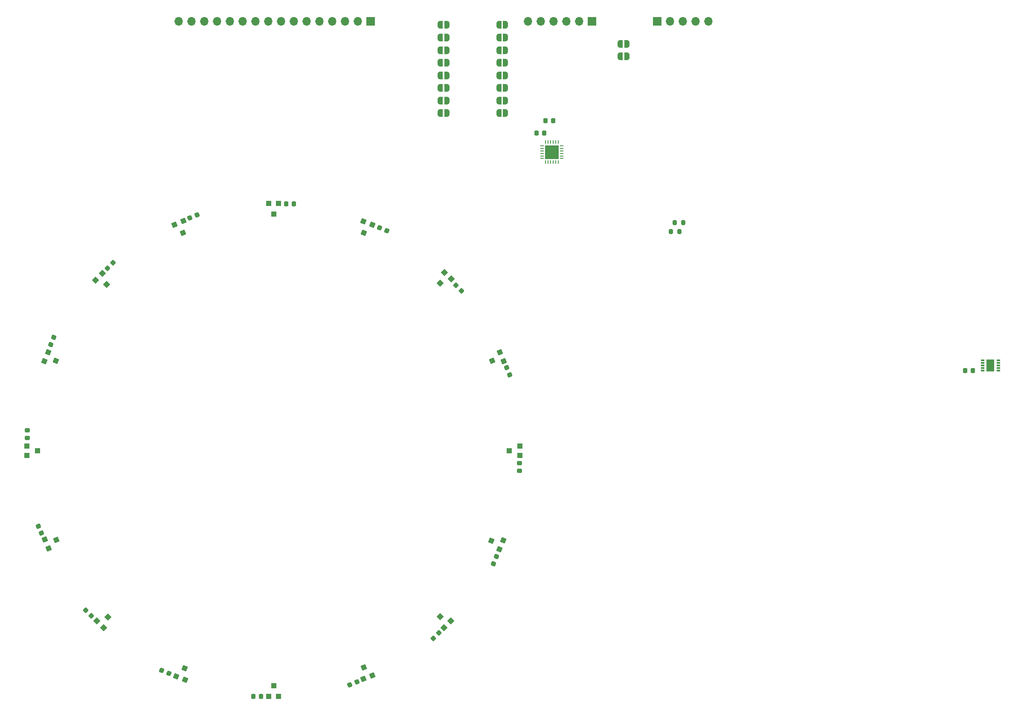
<source format=gts>
G04 #@! TF.GenerationSoftware,KiCad,Pcbnew,(6.0.2)*
G04 #@! TF.CreationDate,2023-03-16T16:07:34-07:00*
G04 #@! TF.ProjectId,hall-censor-and-cap-touch-prototype,68616c6c-2d63-4656-9e73-6f722d616e64,rev?*
G04 #@! TF.SameCoordinates,Original*
G04 #@! TF.FileFunction,Soldermask,Top*
G04 #@! TF.FilePolarity,Negative*
%FSLAX46Y46*%
G04 Gerber Fmt 4.6, Leading zero omitted, Abs format (unit mm)*
G04 Created by KiCad (PCBNEW (6.0.2)) date 2023-03-16 16:07:34*
%MOMM*%
%LPD*%
G01*
G04 APERTURE LIST*
G04 Aperture macros list*
%AMRoundRect*
0 Rectangle with rounded corners*
0 $1 Rounding radius*
0 $2 $3 $4 $5 $6 $7 $8 $9 X,Y pos of 4 corners*
0 Add a 4 corners polygon primitive as box body*
4,1,4,$2,$3,$4,$5,$6,$7,$8,$9,$2,$3,0*
0 Add four circle primitives for the rounded corners*
1,1,$1+$1,$2,$3*
1,1,$1+$1,$4,$5*
1,1,$1+$1,$6,$7*
1,1,$1+$1,$8,$9*
0 Add four rect primitives between the rounded corners*
20,1,$1+$1,$2,$3,$4,$5,0*
20,1,$1+$1,$4,$5,$6,$7,0*
20,1,$1+$1,$6,$7,$8,$9,0*
20,1,$1+$1,$8,$9,$2,$3,0*%
%AMRotRect*
0 Rectangle, with rotation*
0 The origin of the aperture is its center*
0 $1 length*
0 $2 width*
0 $3 Rotation angle, in degrees counterclockwise*
0 Add horizontal line*
21,1,$1,$2,0,0,$3*%
%AMFreePoly0*
4,1,22,0.500000,-0.750000,0.000000,-0.750000,0.000000,-0.745033,-0.079941,-0.743568,-0.215256,-0.701293,-0.333266,-0.622738,-0.424486,-0.514219,-0.481581,-0.384460,-0.499164,-0.250000,-0.500000,-0.250000,-0.500000,0.250000,-0.499164,0.250000,-0.499963,0.256109,-0.478152,0.396186,-0.417904,0.524511,-0.324060,0.630769,-0.204165,0.706417,-0.067858,0.745374,0.000000,0.744959,0.000000,0.750000,
0.500000,0.750000,0.500000,-0.750000,0.500000,-0.750000,$1*%
%AMFreePoly1*
4,1,20,0.000000,0.744959,0.073905,0.744508,0.209726,0.703889,0.328688,0.626782,0.421226,0.519385,0.479903,0.390333,0.500000,0.250000,0.500000,-0.250000,0.499851,-0.262216,0.476331,-0.402017,0.414519,-0.529596,0.319384,-0.634700,0.198574,-0.708877,0.061801,-0.746166,0.000000,-0.745033,0.000000,-0.750000,-0.500000,-0.750000,-0.500000,0.750000,0.000000,0.750000,0.000000,0.744959,
0.000000,0.744959,$1*%
G04 Aperture macros list end*
%ADD10R,1.700000X1.700000*%
%ADD11O,1.700000X1.700000*%
%ADD12RoundRect,0.225000X0.017678X-0.335876X0.335876X-0.017678X-0.017678X0.335876X-0.335876X0.017678X0*%
%ADD13RotRect,1.000000X1.000000X135.000000*%
%ADD14RoundRect,0.225000X0.250000X-0.225000X0.250000X0.225000X-0.250000X0.225000X-0.250000X-0.225000X0*%
%ADD15RotRect,1.000000X1.000000X157.500000*%
%ADD16FreePoly0,180.000000*%
%ADD17FreePoly1,180.000000*%
%ADD18FreePoly0,0.000000*%
%ADD19FreePoly1,0.000000*%
%ADD20RoundRect,0.225000X0.225000X0.250000X-0.225000X0.250000X-0.225000X-0.250000X0.225000X-0.250000X0*%
%ADD21RoundRect,0.225000X-0.303544X-0.144866X0.112202X-0.317074X0.303544X0.144866X-0.112202X0.317074X0*%
%ADD22RoundRect,0.225000X0.144866X-0.303544X0.317074X0.112202X-0.144866X0.303544X-0.317074X-0.112202X0*%
%ADD23RotRect,1.000000X1.000000X22.500000*%
%ADD24R,1.000000X1.000000*%
%ADD25RoundRect,0.225000X-0.250000X0.225000X-0.250000X-0.225000X0.250000X-0.225000X0.250000X0.225000X0*%
%ADD26RoundRect,0.200000X0.200000X0.275000X-0.200000X0.275000X-0.200000X-0.275000X0.200000X-0.275000X0*%
%ADD27RotRect,1.000000X1.000000X112.500000*%
%ADD28RoundRect,0.225000X-0.335876X-0.017678X-0.017678X-0.335876X0.335876X0.017678X0.017678X0.335876X0*%
%ADD29RoundRect,0.225000X-0.017678X0.335876X-0.335876X0.017678X0.017678X-0.335876X0.335876X-0.017678X0*%
%ADD30RoundRect,0.225000X0.112202X0.317074X-0.303544X0.144866X-0.112202X-0.317074X0.303544X-0.144866X0*%
%ADD31RoundRect,0.225000X-0.144866X0.303544X-0.317074X-0.112202X0.144866X-0.303544X0.317074X0.112202X0*%
%ADD32RoundRect,0.200000X-0.200000X-0.275000X0.200000X-0.275000X0.200000X0.275000X-0.200000X0.275000X0*%
%ADD33RotRect,1.000000X1.000000X247.500000*%
%ADD34RotRect,1.000000X1.000000X45.000000*%
%ADD35RoundRect,0.225000X0.317074X-0.112202X0.144866X0.303544X-0.317074X0.112202X-0.144866X-0.303544X0*%
%ADD36R,0.790000X0.270000*%
%ADD37R,0.270000X0.790000*%
%ADD38R,2.700000X2.700000*%
%ADD39RotRect,1.000000X1.000000X225.000000*%
%ADD40RotRect,1.000000X1.000000X202.500000*%
%ADD41RotRect,1.000000X1.000000X315.000000*%
%ADD42RoundRect,0.225000X-0.225000X-0.250000X0.225000X-0.250000X0.225000X0.250000X-0.225000X0.250000X0*%
%ADD43RotRect,1.000000X1.000000X337.500000*%
%ADD44RoundRect,0.225000X0.335876X0.017678X0.017678X0.335876X-0.335876X-0.017678X-0.017678X-0.335876X0*%
%ADD45RoundRect,0.225000X-0.112202X-0.317074X0.303544X-0.144866X0.112202X0.317074X-0.303544X0.144866X0*%
%ADD46RotRect,1.000000X1.000000X292.500000*%
%ADD47RoundRect,0.225000X0.303544X0.144866X-0.112202X0.317074X-0.303544X-0.144866X0.112202X-0.317074X0*%
%ADD48RotRect,1.000000X1.000000X67.500000*%
%ADD49R,1.550000X2.480000*%
%ADD50R,0.650000X0.300000*%
%ADD51RoundRect,0.225000X-0.317074X0.112202X-0.144866X-0.303544X0.317074X-0.112202X0.144866X0.303544X0*%
G04 APERTURE END LIST*
D10*
X161300000Y-110000000D03*
D11*
X158760000Y-110000000D03*
X156220000Y-110000000D03*
X153680000Y-110000000D03*
X151140000Y-110000000D03*
X148600000Y-110000000D03*
X146060000Y-110000000D03*
X143520000Y-110000000D03*
X140980000Y-110000000D03*
X138440000Y-110000000D03*
X135900000Y-110000000D03*
X133360000Y-110000000D03*
X130820000Y-110000000D03*
X128280000Y-110000000D03*
X125740000Y-110000000D03*
X123200000Y-110000000D03*
D12*
X173765544Y-232531560D03*
X174861560Y-231435544D03*
D13*
X177256676Y-161206827D03*
X175913173Y-159863324D03*
X175100000Y-162020000D03*
D14*
X190850000Y-199295000D03*
X190850000Y-197745000D03*
D15*
X161595510Y-150447469D03*
X159840139Y-149720370D03*
X159914189Y-152024067D03*
D16*
X212150000Y-114500000D03*
D17*
X210850000Y-114500000D03*
D18*
X175100000Y-125750000D03*
D19*
X176400000Y-125750000D03*
D20*
X195775000Y-132250000D03*
X194225000Y-132250000D03*
D21*
X119766168Y-238862786D03*
X121198182Y-239455946D03*
D22*
X185696896Y-217761958D03*
X186290056Y-216329944D03*
D18*
X175100000Y-113250000D03*
D19*
X176400000Y-113250000D03*
D23*
X159874132Y-240603623D03*
X161629503Y-239876524D03*
X159948182Y-238299926D03*
D20*
X197525000Y-129750000D03*
X195975000Y-129750000D03*
D16*
X188050000Y-110750000D03*
D17*
X186750000Y-110750000D03*
D24*
X142975000Y-146220000D03*
X141075000Y-146220000D03*
X142025000Y-148320000D03*
D18*
X175100000Y-110750000D03*
D19*
X176400000Y-110750000D03*
D25*
X93100000Y-191245000D03*
X93100000Y-192795000D03*
D24*
X190900000Y-196220000D03*
X190900000Y-194320000D03*
X188800000Y-195270000D03*
D26*
X223325000Y-150000000D03*
X221675000Y-150000000D03*
D18*
X175100000Y-123250000D03*
D19*
X176400000Y-123250000D03*
D18*
X175100000Y-115750000D03*
D19*
X176400000Y-115750000D03*
D27*
X187683623Y-177495868D03*
X186956524Y-175740497D03*
X185379926Y-177421818D03*
D28*
X104753984Y-226923984D03*
X105850000Y-228020000D03*
D29*
X110148008Y-157971992D03*
X109051992Y-159068008D03*
D30*
X126816007Y-148473420D03*
X125383993Y-149066580D03*
D31*
X98396580Y-172803993D03*
X97803420Y-174236007D03*
D32*
X220925000Y-151750000D03*
X222575000Y-151750000D03*
D33*
X97243476Y-175740497D03*
X96516377Y-177495868D03*
X98820074Y-177421818D03*
D34*
X175884263Y-230397766D03*
X177227766Y-229054263D03*
X175071090Y-228241090D03*
D24*
X93050000Y-194320000D03*
X93050000Y-196220000D03*
X95150000Y-195270000D03*
D16*
X188050000Y-125750000D03*
D17*
X186750000Y-125750000D03*
D16*
X212150000Y-117000000D03*
D17*
X210850000Y-117000000D03*
D16*
X188050000Y-120750000D03*
D17*
X186750000Y-120750000D03*
D35*
X188303420Y-178803993D03*
X188896580Y-180236007D03*
D16*
X188050000Y-113250000D03*
D17*
X186750000Y-113250000D03*
D10*
X205250000Y-110000000D03*
D11*
X202710000Y-110000000D03*
X200170000Y-110000000D03*
X197630000Y-110000000D03*
X195090000Y-110000000D03*
X192550000Y-110000000D03*
D36*
X195280000Y-134750000D03*
X195280000Y-135250000D03*
X195280000Y-135750000D03*
X195280000Y-136250000D03*
X195280000Y-136750000D03*
X195280000Y-137250000D03*
D37*
X196000000Y-137970000D03*
X196500000Y-137970000D03*
X197000000Y-137970000D03*
X197500000Y-137970000D03*
X198000000Y-137970000D03*
X198500000Y-137970000D03*
D36*
X199220000Y-137250000D03*
X199220000Y-136750000D03*
X199220000Y-136250000D03*
X199220000Y-135750000D03*
X199220000Y-135250000D03*
X199220000Y-134750000D03*
D37*
X198500000Y-134030000D03*
X198000000Y-134030000D03*
X197500000Y-134030000D03*
X197000000Y-134030000D03*
X196500000Y-134030000D03*
X196000000Y-134030000D03*
D38*
X197250000Y-136000000D03*
D39*
X108029289Y-160105786D03*
X106685786Y-161449289D03*
X108842462Y-162262462D03*
D40*
X124075868Y-149686377D03*
X122320497Y-150413476D03*
X124001818Y-151990074D03*
D18*
X175100000Y-118250000D03*
D19*
X176400000Y-118250000D03*
D18*
X175100000Y-128250000D03*
D19*
X176400000Y-128250000D03*
D24*
X141075000Y-244070000D03*
X142975000Y-244070000D03*
X142025000Y-241970000D03*
D10*
X218175000Y-110000000D03*
D11*
X220715000Y-110000000D03*
X223255000Y-110000000D03*
X225795000Y-110000000D03*
X228335000Y-110000000D03*
D41*
X106935786Y-229090711D03*
X108279289Y-230434214D03*
X109092462Y-228277538D03*
D18*
X175100000Y-120750000D03*
D19*
X176400000Y-120750000D03*
D20*
X146050000Y-146270000D03*
X144500000Y-146270000D03*
D16*
X188050000Y-128250000D03*
D17*
X186750000Y-128250000D03*
D42*
X138000000Y-244020000D03*
X139550000Y-244020000D03*
D16*
X188050000Y-115750000D03*
D17*
X186750000Y-115750000D03*
D16*
X188050000Y-118250000D03*
D17*
X186750000Y-118250000D03*
D16*
X188050000Y-123250000D03*
D17*
X186750000Y-123250000D03*
D43*
X122668679Y-240062470D03*
X124424050Y-240789569D03*
X124350000Y-238485872D03*
D20*
X279300000Y-179385000D03*
X280850000Y-179385000D03*
D44*
X179342462Y-163527538D03*
X178246446Y-162431522D03*
D45*
X157133993Y-241816580D03*
X158566007Y-241223420D03*
D46*
X96614559Y-212945950D03*
X97341658Y-214701321D03*
X98918256Y-213020000D03*
D47*
X164532014Y-151600573D03*
X163100000Y-151007413D03*
D48*
X186850000Y-214825454D03*
X187577099Y-213070083D03*
X185273402Y-213144133D03*
D49*
X284325000Y-178385000D03*
D50*
X285875000Y-177385000D03*
X285875000Y-177885000D03*
X285875000Y-178385000D03*
X285875000Y-178885000D03*
X285875000Y-179385000D03*
X282775000Y-179385000D03*
X282775000Y-178885000D03*
X282775000Y-178385000D03*
X282775000Y-177885000D03*
X282775000Y-177385000D03*
D51*
X95355022Y-210239804D03*
X95948182Y-211671818D03*
M02*

</source>
